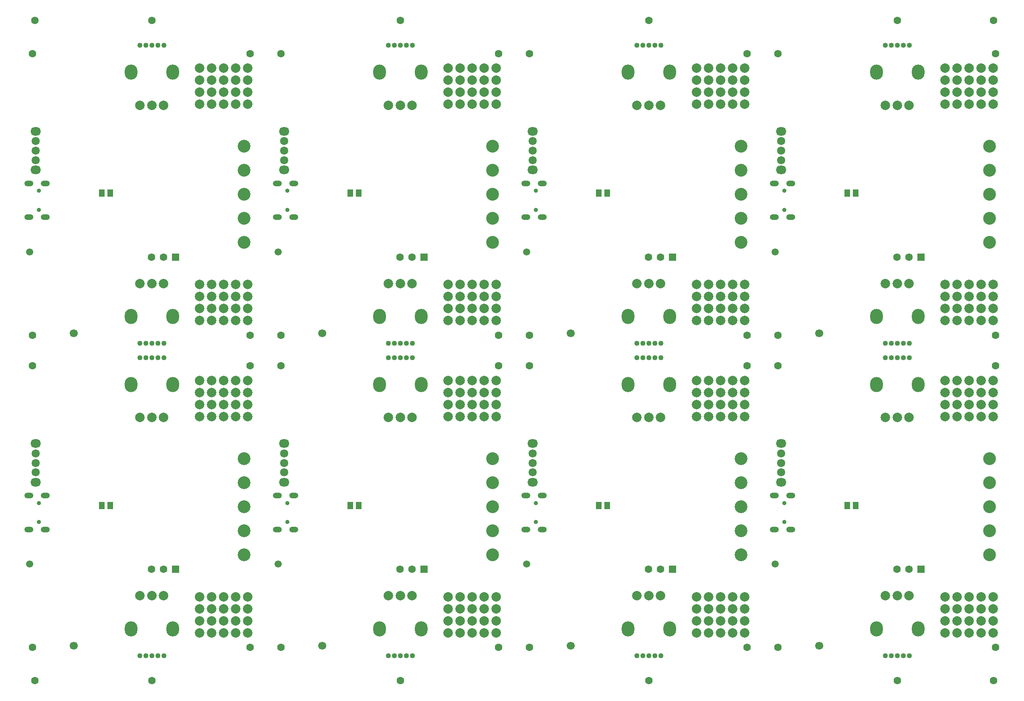
<source format=gbs>
G04*
G04 #@! TF.GenerationSoftware,Altium Limited,Altium Designer,21.9.2 (33)*
G04*
G04 Layer_Color=16711935*
%FSLAX25Y25*%
%MOIN*%
G70*
G04*
G04 #@! TF.SameCoordinates,92FC589E-7DC0-4DB0-8F66-2D7A547C6286*
G04*
G04*
G04 #@! TF.FilePolarity,Negative*
G04*
G01*
G75*
%ADD106C,0.06284*%
G04:AMPARAMS|DCode=107|XSize=62.99mil|YSize=62.99mil|CornerRadius=5.87mil|HoleSize=0mil|Usage=FLASHONLY|Rotation=270.000|XOffset=0mil|YOffset=0mil|HoleType=Round|Shape=RoundedRectangle|*
%AMROUNDEDRECTD107*
21,1,0.06299,0.05126,0,0,270.0*
21,1,0.05126,0.06299,0,0,270.0*
1,1,0.01173,-0.02563,-0.02563*
1,1,0.01173,-0.02563,0.02563*
1,1,0.01173,0.02563,0.02563*
1,1,0.01173,0.02563,-0.02563*
%
%ADD107ROUNDEDRECTD107*%
%ADD108C,0.06299*%
%ADD109O,0.08661X0.07087*%
%ADD110C,0.06787*%
%ADD111C,0.03543*%
%ADD112O,0.07480X0.04724*%
%ADD113C,0.04265*%
%ADD114C,0.07874*%
%ADD115O,0.10630X0.12598*%
%ADD116C,0.07874*%
%ADD117C,0.05890*%
%ADD118C,0.10630*%
%ADD119C,0.06693*%
%ADD120R,0.05118X0.06299*%
D106*
X9843Y559055D02*
D03*
X107087D02*
D03*
X313779D02*
D03*
X520472D02*
D03*
X727165D02*
D03*
X807087D02*
D03*
Y9843D02*
D03*
X9843D02*
D03*
X107087D02*
D03*
X313779D02*
D03*
X520472D02*
D03*
X727165D02*
D03*
X7874Y271654D02*
D03*
X7874Y37402D02*
D03*
X188977Y37402D02*
D03*
Y271654D02*
D03*
X214567Y271654D02*
D03*
X214567Y37402D02*
D03*
X395670Y37402D02*
D03*
Y271654D02*
D03*
X421260Y271654D02*
D03*
X421260Y37402D02*
D03*
X602362Y37402D02*
D03*
Y271654D02*
D03*
X627953Y271654D02*
D03*
X627953Y37402D02*
D03*
X809056Y37402D02*
D03*
Y271654D02*
D03*
X7874Y531496D02*
D03*
X7874Y297244D02*
D03*
X188977Y297244D02*
D03*
Y531496D02*
D03*
X214567Y531496D02*
D03*
X214567Y297244D02*
D03*
X395670Y297244D02*
D03*
Y531496D02*
D03*
X421260Y531496D02*
D03*
X421260Y297244D02*
D03*
X602362Y297244D02*
D03*
Y531496D02*
D03*
X627953Y531496D02*
D03*
X627953Y297244D02*
D03*
X809056Y297244D02*
D03*
Y531496D02*
D03*
D107*
X126929Y102362D02*
D03*
X333622D02*
D03*
X540315D02*
D03*
X747008D02*
D03*
X126929Y362205D02*
D03*
X333622D02*
D03*
X540315D02*
D03*
X747008D02*
D03*
D108*
X106929Y102362D02*
D03*
X116929D02*
D03*
X313622D02*
D03*
X323622D02*
D03*
X520315D02*
D03*
X530315D02*
D03*
X727008D02*
D03*
X737008D02*
D03*
X106929Y362205D02*
D03*
X116929D02*
D03*
X313622D02*
D03*
X323622D02*
D03*
X520315D02*
D03*
X530315D02*
D03*
X727008D02*
D03*
X737008D02*
D03*
D109*
X10630Y207087D02*
D03*
Y174803D02*
D03*
X217323Y207087D02*
D03*
Y174803D02*
D03*
X424016Y207087D02*
D03*
Y174803D02*
D03*
X630709Y207087D02*
D03*
Y174803D02*
D03*
X10630Y466929D02*
D03*
Y434646D02*
D03*
X217323Y466929D02*
D03*
Y434646D02*
D03*
X424016Y466929D02*
D03*
Y434646D02*
D03*
X630709Y466929D02*
D03*
Y434646D02*
D03*
D110*
X10630Y183071D02*
D03*
Y190945D02*
D03*
Y198819D02*
D03*
X217323Y183071D02*
D03*
Y190945D02*
D03*
Y198819D02*
D03*
X424016Y183071D02*
D03*
Y190945D02*
D03*
Y198819D02*
D03*
X630709Y183071D02*
D03*
Y190945D02*
D03*
Y198819D02*
D03*
X10630Y442913D02*
D03*
Y450787D02*
D03*
Y458661D02*
D03*
X217323Y442913D02*
D03*
Y450787D02*
D03*
Y458661D02*
D03*
X424016Y442913D02*
D03*
Y450787D02*
D03*
Y458661D02*
D03*
X630709Y442913D02*
D03*
Y450787D02*
D03*
Y458661D02*
D03*
D111*
X13288Y157480D02*
D03*
Y141732D02*
D03*
X219981Y157480D02*
D03*
Y141732D02*
D03*
X426674Y157480D02*
D03*
Y141732D02*
D03*
X633367Y157480D02*
D03*
Y141732D02*
D03*
X13288Y417323D02*
D03*
Y401575D02*
D03*
X219981Y417323D02*
D03*
Y401575D02*
D03*
X426674Y417323D02*
D03*
Y401575D02*
D03*
X633367Y417323D02*
D03*
Y401575D02*
D03*
D112*
X18504Y135531D02*
D03*
Y163681D02*
D03*
X4921D02*
D03*
Y135531D02*
D03*
X225197D02*
D03*
Y163681D02*
D03*
X211614D02*
D03*
Y135531D02*
D03*
X431890D02*
D03*
Y163681D02*
D03*
X418307D02*
D03*
Y135531D02*
D03*
X638583D02*
D03*
Y163681D02*
D03*
X625000D02*
D03*
Y135531D02*
D03*
X18504Y395374D02*
D03*
Y423524D02*
D03*
X4921D02*
D03*
Y395374D02*
D03*
X225197D02*
D03*
Y423524D02*
D03*
X211614D02*
D03*
Y395374D02*
D03*
X431890D02*
D03*
Y423524D02*
D03*
X418307D02*
D03*
Y395374D02*
D03*
X638583D02*
D03*
Y423524D02*
D03*
X625000D02*
D03*
Y395374D02*
D03*
D113*
X97087Y278528D02*
D03*
X102087D02*
D03*
X107087D02*
D03*
X112087D02*
D03*
X117087D02*
D03*
Y30528D02*
D03*
X112087D02*
D03*
X107087D02*
D03*
X102087D02*
D03*
X97087D02*
D03*
X303780Y278528D02*
D03*
X308780D02*
D03*
X313780D02*
D03*
X318780D02*
D03*
X323780D02*
D03*
Y30528D02*
D03*
X318780D02*
D03*
X313780D02*
D03*
X308780D02*
D03*
X303780D02*
D03*
X510473Y278528D02*
D03*
X515473D02*
D03*
X520473D02*
D03*
X525473D02*
D03*
X530473D02*
D03*
Y30528D02*
D03*
X525473D02*
D03*
X520473D02*
D03*
X515473D02*
D03*
X510473D02*
D03*
X717166Y278528D02*
D03*
X722166D02*
D03*
X727166D02*
D03*
X732166D02*
D03*
X737166D02*
D03*
Y30528D02*
D03*
X732166D02*
D03*
X727166D02*
D03*
X722166D02*
D03*
X717166D02*
D03*
X97087Y538370D02*
D03*
X102087D02*
D03*
X107087D02*
D03*
X112087D02*
D03*
X117087D02*
D03*
Y290370D02*
D03*
X112087D02*
D03*
X107087D02*
D03*
X102087D02*
D03*
X97087D02*
D03*
X303780Y538370D02*
D03*
X308780D02*
D03*
X313780D02*
D03*
X318780D02*
D03*
X323780D02*
D03*
Y290370D02*
D03*
X318780D02*
D03*
X313780D02*
D03*
X308780D02*
D03*
X303780D02*
D03*
X510473Y538370D02*
D03*
X515473D02*
D03*
X520473D02*
D03*
X525473D02*
D03*
X530473D02*
D03*
Y290370D02*
D03*
X525473D02*
D03*
X520473D02*
D03*
X515473D02*
D03*
X510473D02*
D03*
X717166Y538370D02*
D03*
X722166D02*
D03*
X727166D02*
D03*
X732166D02*
D03*
X737166D02*
D03*
Y290370D02*
D03*
X732166D02*
D03*
X727166D02*
D03*
X722166D02*
D03*
X717166D02*
D03*
D114*
X156851Y79606D02*
D03*
Y69606D02*
D03*
X166850D02*
D03*
Y79606D02*
D03*
X176850D02*
D03*
Y69606D02*
D03*
X186851Y79606D02*
D03*
Y69606D02*
D03*
X146851Y79606D02*
D03*
Y69606D02*
D03*
X176850Y229606D02*
D03*
Y239606D02*
D03*
X166850D02*
D03*
Y229606D02*
D03*
X156851D02*
D03*
Y239606D02*
D03*
X146851Y229606D02*
D03*
Y239606D02*
D03*
X186851Y229606D02*
D03*
Y239606D02*
D03*
X156851Y59606D02*
D03*
Y49606D02*
D03*
X166850D02*
D03*
Y59606D02*
D03*
X176850D02*
D03*
Y49606D02*
D03*
X186851Y59606D02*
D03*
Y49606D02*
D03*
X146851Y59606D02*
D03*
Y49606D02*
D03*
X176850Y249606D02*
D03*
Y259606D02*
D03*
X166850D02*
D03*
Y249606D02*
D03*
X156851D02*
D03*
Y259606D02*
D03*
X146851Y249606D02*
D03*
Y259606D02*
D03*
X186851Y249606D02*
D03*
Y259606D02*
D03*
X363544Y79606D02*
D03*
Y69606D02*
D03*
X373544D02*
D03*
Y79606D02*
D03*
X383543D02*
D03*
Y69606D02*
D03*
X393544Y79606D02*
D03*
Y69606D02*
D03*
X353543Y79606D02*
D03*
Y69606D02*
D03*
X383543Y229606D02*
D03*
Y239606D02*
D03*
X373544D02*
D03*
Y229606D02*
D03*
X363544D02*
D03*
Y239606D02*
D03*
X353543Y229606D02*
D03*
Y239606D02*
D03*
X393544Y229606D02*
D03*
Y239606D02*
D03*
X363544Y59606D02*
D03*
Y49606D02*
D03*
X373544D02*
D03*
Y59606D02*
D03*
X383543D02*
D03*
Y49606D02*
D03*
X393544Y59606D02*
D03*
Y49606D02*
D03*
X353543Y59606D02*
D03*
Y49606D02*
D03*
X383543Y249606D02*
D03*
Y259606D02*
D03*
X373544D02*
D03*
Y249606D02*
D03*
X363544D02*
D03*
Y259606D02*
D03*
X353543Y249606D02*
D03*
Y259606D02*
D03*
X393544Y249606D02*
D03*
Y259606D02*
D03*
X570236Y79606D02*
D03*
Y69606D02*
D03*
X580236D02*
D03*
Y79606D02*
D03*
X590237D02*
D03*
Y69606D02*
D03*
X600237Y79606D02*
D03*
Y69606D02*
D03*
X560237Y79606D02*
D03*
Y69606D02*
D03*
X590237Y229606D02*
D03*
Y239606D02*
D03*
X580236D02*
D03*
Y229606D02*
D03*
X570236D02*
D03*
Y239606D02*
D03*
X560237Y229606D02*
D03*
Y239606D02*
D03*
X600237Y229606D02*
D03*
Y239606D02*
D03*
X570236Y59606D02*
D03*
Y49606D02*
D03*
X580236D02*
D03*
Y59606D02*
D03*
X590237D02*
D03*
Y49606D02*
D03*
X600237Y59606D02*
D03*
Y49606D02*
D03*
X560237Y59606D02*
D03*
Y49606D02*
D03*
X590237Y249606D02*
D03*
Y259606D02*
D03*
X580236D02*
D03*
Y249606D02*
D03*
X570236D02*
D03*
Y259606D02*
D03*
X560237Y249606D02*
D03*
Y259606D02*
D03*
X600237Y249606D02*
D03*
Y259606D02*
D03*
X776930Y79606D02*
D03*
Y69606D02*
D03*
X786930D02*
D03*
Y79606D02*
D03*
X796930D02*
D03*
Y69606D02*
D03*
X806929Y79606D02*
D03*
Y69606D02*
D03*
X766929Y79606D02*
D03*
Y69606D02*
D03*
X796930Y229606D02*
D03*
Y239606D02*
D03*
X786930D02*
D03*
Y229606D02*
D03*
X776930D02*
D03*
Y239606D02*
D03*
X766929Y229606D02*
D03*
Y239606D02*
D03*
X806929Y229606D02*
D03*
Y239606D02*
D03*
X776930Y59606D02*
D03*
Y49606D02*
D03*
X786930D02*
D03*
Y59606D02*
D03*
X796930D02*
D03*
Y49606D02*
D03*
X806929Y59606D02*
D03*
Y49606D02*
D03*
X766929Y59606D02*
D03*
Y49606D02*
D03*
X796930Y249606D02*
D03*
Y259606D02*
D03*
X786930D02*
D03*
Y249606D02*
D03*
X776930D02*
D03*
Y259606D02*
D03*
X766929Y249606D02*
D03*
Y259606D02*
D03*
X806929Y249606D02*
D03*
Y259606D02*
D03*
X156851Y339449D02*
D03*
Y329449D02*
D03*
X166850D02*
D03*
Y339449D02*
D03*
X176850D02*
D03*
Y329449D02*
D03*
X186851Y339449D02*
D03*
Y329449D02*
D03*
X146851Y339449D02*
D03*
Y329449D02*
D03*
X176850Y489449D02*
D03*
Y499449D02*
D03*
X166850D02*
D03*
Y489449D02*
D03*
X156851D02*
D03*
Y499449D02*
D03*
X146851Y489449D02*
D03*
Y499449D02*
D03*
X186851Y489449D02*
D03*
Y499449D02*
D03*
X156851Y319449D02*
D03*
Y309449D02*
D03*
X166850D02*
D03*
Y319449D02*
D03*
X176850D02*
D03*
Y309449D02*
D03*
X186851Y319449D02*
D03*
Y309449D02*
D03*
X146851Y319449D02*
D03*
Y309449D02*
D03*
X176850Y509449D02*
D03*
Y519449D02*
D03*
X166850D02*
D03*
Y509449D02*
D03*
X156851D02*
D03*
Y519449D02*
D03*
X146851Y509449D02*
D03*
Y519449D02*
D03*
X186851Y509449D02*
D03*
Y519449D02*
D03*
X363544Y339449D02*
D03*
Y329449D02*
D03*
X373544D02*
D03*
Y339449D02*
D03*
X383543D02*
D03*
Y329449D02*
D03*
X393544Y339449D02*
D03*
Y329449D02*
D03*
X353543Y339449D02*
D03*
Y329449D02*
D03*
X383543Y489449D02*
D03*
Y499449D02*
D03*
X373544D02*
D03*
Y489449D02*
D03*
X363544D02*
D03*
Y499449D02*
D03*
X353543Y489449D02*
D03*
Y499449D02*
D03*
X393544Y489449D02*
D03*
Y499449D02*
D03*
X363544Y319449D02*
D03*
Y309449D02*
D03*
X373544D02*
D03*
Y319449D02*
D03*
X383543D02*
D03*
Y309449D02*
D03*
X393544Y319449D02*
D03*
Y309449D02*
D03*
X353543Y319449D02*
D03*
Y309449D02*
D03*
X383543Y509449D02*
D03*
Y519449D02*
D03*
X373544D02*
D03*
Y509449D02*
D03*
X363544D02*
D03*
Y519449D02*
D03*
X353543Y509449D02*
D03*
Y519449D02*
D03*
X393544Y509449D02*
D03*
Y519449D02*
D03*
X570236Y339449D02*
D03*
Y329449D02*
D03*
X580236D02*
D03*
Y339449D02*
D03*
X590237D02*
D03*
Y329449D02*
D03*
X600237Y339449D02*
D03*
Y329449D02*
D03*
X560237Y339449D02*
D03*
Y329449D02*
D03*
X590237Y489449D02*
D03*
Y499449D02*
D03*
X580236D02*
D03*
Y489449D02*
D03*
X570236D02*
D03*
Y499449D02*
D03*
X560237Y489449D02*
D03*
Y499449D02*
D03*
X600237Y489449D02*
D03*
Y499449D02*
D03*
X570236Y319449D02*
D03*
Y309449D02*
D03*
X580236D02*
D03*
Y319449D02*
D03*
X590237D02*
D03*
Y309449D02*
D03*
X600237Y319449D02*
D03*
Y309449D02*
D03*
X560237Y319449D02*
D03*
Y309449D02*
D03*
X590237Y509449D02*
D03*
Y519449D02*
D03*
X580236D02*
D03*
Y509449D02*
D03*
X570236D02*
D03*
Y519449D02*
D03*
X560237Y509449D02*
D03*
Y519449D02*
D03*
X600237Y509449D02*
D03*
Y519449D02*
D03*
X776930Y339449D02*
D03*
Y329449D02*
D03*
X786930D02*
D03*
Y339449D02*
D03*
X796930D02*
D03*
Y329449D02*
D03*
X806929Y339449D02*
D03*
Y329449D02*
D03*
X766929Y339449D02*
D03*
Y329449D02*
D03*
X796930Y489449D02*
D03*
Y499449D02*
D03*
X786930D02*
D03*
Y489449D02*
D03*
X776930D02*
D03*
Y499449D02*
D03*
X766929Y489449D02*
D03*
Y499449D02*
D03*
X806929Y489449D02*
D03*
Y499449D02*
D03*
X776930Y319449D02*
D03*
Y309449D02*
D03*
X786930D02*
D03*
Y319449D02*
D03*
X796930D02*
D03*
Y309449D02*
D03*
X806929Y319449D02*
D03*
Y309449D02*
D03*
X766929Y319449D02*
D03*
Y309449D02*
D03*
X796930Y509449D02*
D03*
Y519449D02*
D03*
X786930D02*
D03*
Y509449D02*
D03*
X776930D02*
D03*
Y519449D02*
D03*
X766929Y509449D02*
D03*
Y519449D02*
D03*
X806929Y509449D02*
D03*
Y519449D02*
D03*
D115*
X89764Y52866D02*
D03*
X124410Y52807D02*
D03*
X124409Y256189D02*
D03*
X89764Y256248D02*
D03*
X296457Y52866D02*
D03*
X331103Y52807D02*
D03*
X331102Y256189D02*
D03*
X296457Y256248D02*
D03*
X503150Y52866D02*
D03*
X537796Y52807D02*
D03*
X537795Y256189D02*
D03*
X503150Y256248D02*
D03*
X709843Y52866D02*
D03*
X744489Y52807D02*
D03*
X744488Y256189D02*
D03*
X709843Y256248D02*
D03*
X89764Y312709D02*
D03*
X124410Y312650D02*
D03*
X124409Y516032D02*
D03*
X89764Y516091D02*
D03*
X296457Y312709D02*
D03*
X331103Y312650D02*
D03*
X331102Y516032D02*
D03*
X296457Y516091D02*
D03*
X503150Y312709D02*
D03*
X537796Y312650D02*
D03*
X537795Y516032D02*
D03*
X503150Y516091D02*
D03*
X709843Y312709D02*
D03*
X744489Y312650D02*
D03*
X744488Y516032D02*
D03*
X709843Y516091D02*
D03*
D116*
X97244Y80366D02*
D03*
X107087D02*
D03*
X116929D02*
D03*
X116929Y228689D02*
D03*
X107087D02*
D03*
X97244D02*
D03*
X303937Y80366D02*
D03*
X313780D02*
D03*
X323622D02*
D03*
X323622Y228689D02*
D03*
X313780D02*
D03*
X303937D02*
D03*
X510630Y80366D02*
D03*
X520473D02*
D03*
X530315D02*
D03*
X530315Y228689D02*
D03*
X520473D02*
D03*
X510630D02*
D03*
X717323Y80366D02*
D03*
X727166D02*
D03*
X737008D02*
D03*
X737008Y228689D02*
D03*
X727166D02*
D03*
X717323D02*
D03*
X97244Y340209D02*
D03*
X107087D02*
D03*
X116929D02*
D03*
X116929Y488531D02*
D03*
X107087D02*
D03*
X97244D02*
D03*
X303937Y340209D02*
D03*
X313780D02*
D03*
X323622D02*
D03*
X323622Y488531D02*
D03*
X313780D02*
D03*
X303937D02*
D03*
X510630Y340209D02*
D03*
X520473D02*
D03*
X530315D02*
D03*
X530315Y488531D02*
D03*
X520473D02*
D03*
X510630D02*
D03*
X717323Y340209D02*
D03*
X727166D02*
D03*
X737008D02*
D03*
X737008Y488531D02*
D03*
X727166D02*
D03*
X717323D02*
D03*
D117*
X5512Y106693D02*
D03*
X212205D02*
D03*
X418898D02*
D03*
X625591D02*
D03*
X5512Y366535D02*
D03*
X212205D02*
D03*
X418898D02*
D03*
X625591D02*
D03*
D118*
X183858Y174528D02*
D03*
Y154528D02*
D03*
Y134528D02*
D03*
Y194528D02*
D03*
Y114528D02*
D03*
X390551Y174528D02*
D03*
Y154528D02*
D03*
Y134528D02*
D03*
Y194528D02*
D03*
Y114528D02*
D03*
X597244Y174528D02*
D03*
Y154528D02*
D03*
Y134528D02*
D03*
Y194528D02*
D03*
Y114528D02*
D03*
X803937Y174528D02*
D03*
Y154528D02*
D03*
Y134528D02*
D03*
Y194528D02*
D03*
Y114528D02*
D03*
X183858Y434370D02*
D03*
Y414370D02*
D03*
Y394370D02*
D03*
Y454370D02*
D03*
Y374370D02*
D03*
X390551Y434370D02*
D03*
Y414370D02*
D03*
Y394370D02*
D03*
Y454370D02*
D03*
Y374370D02*
D03*
X597244Y434370D02*
D03*
Y414370D02*
D03*
Y394370D02*
D03*
Y454370D02*
D03*
Y374370D02*
D03*
X803937Y434370D02*
D03*
Y414370D02*
D03*
Y394370D02*
D03*
Y454370D02*
D03*
Y374370D02*
D03*
D119*
X42126Y38976D02*
D03*
X248819D02*
D03*
X455512D02*
D03*
X662205D02*
D03*
X42126Y298819D02*
D03*
X248819D02*
D03*
X455512D02*
D03*
X662205D02*
D03*
D120*
X65650Y155512D02*
D03*
X72540D02*
D03*
X272343D02*
D03*
X279233D02*
D03*
X479036D02*
D03*
X485925D02*
D03*
X685729D02*
D03*
X692619D02*
D03*
X65650Y415354D02*
D03*
X72540D02*
D03*
X272343D02*
D03*
X279233D02*
D03*
X479036D02*
D03*
X485925D02*
D03*
X685729D02*
D03*
X692619D02*
D03*
M02*

</source>
